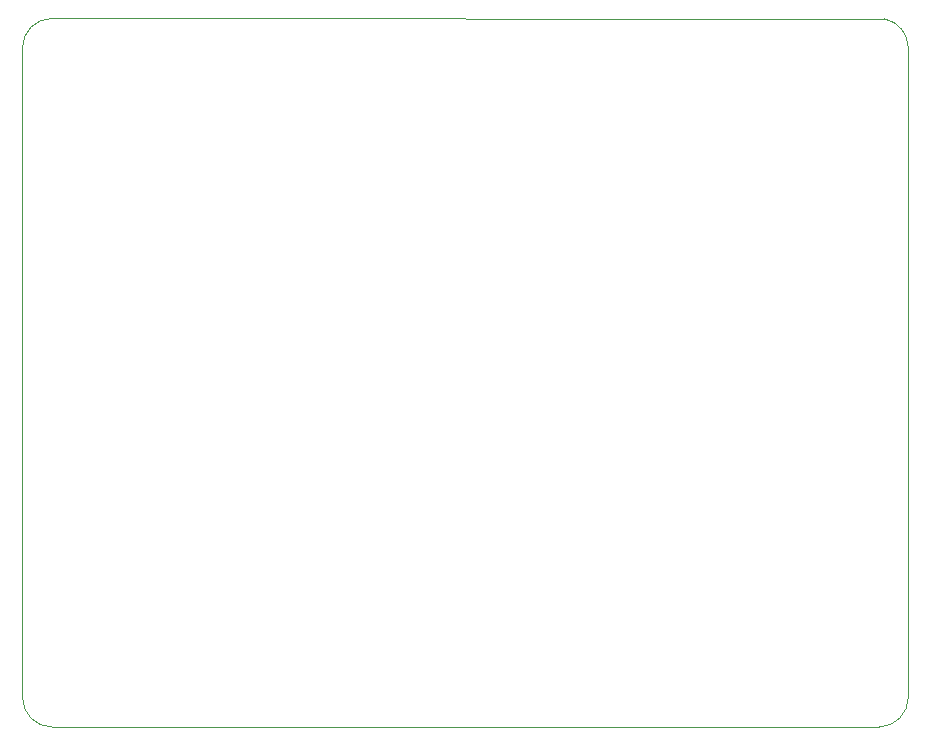
<source format=gbr>
%TF.GenerationSoftware,KiCad,Pcbnew,(5.1.8)-1*%
%TF.CreationDate,2021-08-18T15:50:37+02:00*%
%TF.ProjectId,Haubenblitzer_Treiber,48617562-656e-4626-9c69-747a65725f54,rev?*%
%TF.SameCoordinates,Original*%
%TF.FileFunction,Profile,NP*%
%FSLAX46Y46*%
G04 Gerber Fmt 4.6, Leading zero omitted, Abs format (unit mm)*
G04 Created by KiCad (PCBNEW (5.1.8)-1) date 2021-08-18 15:50:37*
%MOMM*%
%LPD*%
G01*
G04 APERTURE LIST*
%TA.AperFunction,Profile*%
%ADD10C,0.050000*%
%TD*%
G04 APERTURE END LIST*
D10*
X95000000Y-132500000D02*
X95000000Y-187500000D01*
X22500000Y-130000000D02*
X92990290Y-130048548D01*
X20000000Y-187500000D02*
X20000000Y-132500000D01*
X20000000Y-132500000D02*
G75*
G02*
X22500000Y-130000000I2500000J0D01*
G01*
X92990290Y-130048548D02*
G75*
G02*
X95000000Y-132500000I-490290J-2451452D01*
G01*
X92500000Y-190000000D02*
X22500000Y-190000000D01*
X95000000Y-187500000D02*
G75*
G02*
X92500000Y-190000000I-2500000J0D01*
G01*
X22500000Y-190000000D02*
G75*
G02*
X20000000Y-187500000I0J2500000D01*
G01*
M02*

</source>
